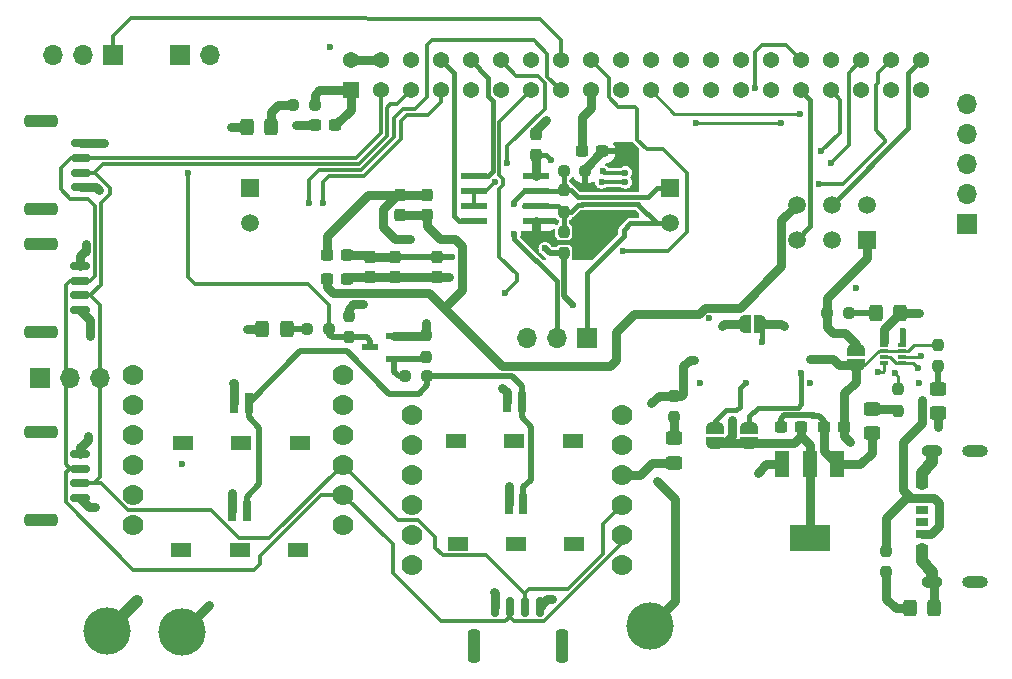
<source format=gtl>
%TF.GenerationSoftware,KiCad,Pcbnew,8.0.4*%
%TF.CreationDate,2025-01-10T13:29:25-08:00*%
%TF.ProjectId,X17_Pi_Shield,5831375f-5069-45f5-9368-69656c642e6b,rev?*%
%TF.SameCoordinates,Original*%
%TF.FileFunction,Copper,L1,Top*%
%TF.FilePolarity,Positive*%
%FSLAX46Y46*%
G04 Gerber Fmt 4.6, Leading zero omitted, Abs format (unit mm)*
G04 Created by KiCad (PCBNEW 8.0.4) date 2025-01-10 13:29:25*
%MOMM*%
%LPD*%
G01*
G04 APERTURE LIST*
G04 Aperture macros list*
%AMRoundRect*
0 Rectangle with rounded corners*
0 $1 Rounding radius*
0 $2 $3 $4 $5 $6 $7 $8 $9 X,Y pos of 4 corners*
0 Add a 4 corners polygon primitive as box body*
4,1,4,$2,$3,$4,$5,$6,$7,$8,$9,$2,$3,0*
0 Add four circle primitives for the rounded corners*
1,1,$1+$1,$2,$3*
1,1,$1+$1,$4,$5*
1,1,$1+$1,$6,$7*
1,1,$1+$1,$8,$9*
0 Add four rect primitives between the rounded corners*
20,1,$1+$1,$2,$3,$4,$5,0*
20,1,$1+$1,$4,$5,$6,$7,0*
20,1,$1+$1,$6,$7,$8,$9,0*
20,1,$1+$1,$8,$9,$2,$3,0*%
%AMFreePoly0*
4,1,19,0.500000,-0.750000,0.000000,-0.750000,0.000000,-0.744911,-0.071157,-0.744911,-0.207708,-0.704816,-0.327430,-0.627875,-0.420627,-0.520320,-0.479746,-0.390866,-0.500000,-0.250000,-0.500000,0.250000,-0.479746,0.390866,-0.420627,0.520320,-0.327430,0.627875,-0.207708,0.704816,-0.071157,0.744911,0.000000,0.744911,0.000000,0.750000,0.500000,0.750000,0.500000,-0.750000,0.500000,-0.750000,
$1*%
%AMFreePoly1*
4,1,19,0.000000,0.744911,0.071157,0.744911,0.207708,0.704816,0.327430,0.627875,0.420627,0.520320,0.479746,0.390866,0.500000,0.250000,0.500000,-0.250000,0.479746,-0.390866,0.420627,-0.520320,0.327430,-0.627875,0.207708,-0.704816,0.071157,-0.744911,0.000000,-0.744911,0.000000,-0.750000,-0.500000,-0.750000,-0.500000,0.750000,0.000000,0.750000,0.000000,0.744911,0.000000,0.744911,
$1*%
G04 Aperture macros list end*
%TA.AperFunction,SMDPad,CuDef*%
%ADD10RoundRect,0.237500X-0.250000X-0.237500X0.250000X-0.237500X0.250000X0.237500X-0.250000X0.237500X0*%
%TD*%
%TA.AperFunction,SMDPad,CuDef*%
%ADD11RoundRect,0.250000X0.325000X0.450000X-0.325000X0.450000X-0.325000X-0.450000X0.325000X-0.450000X0*%
%TD*%
%TA.AperFunction,SMDPad,CuDef*%
%ADD12R,0.660400X1.803400*%
%TD*%
%TA.AperFunction,SMDPad,CuDef*%
%ADD13R,1.803400X1.295400*%
%TD*%
%TA.AperFunction,SMDPad,CuDef*%
%ADD14RoundRect,0.237500X-0.237500X0.250000X-0.237500X-0.250000X0.237500X-0.250000X0.237500X0.250000X0*%
%TD*%
%TA.AperFunction,SMDPad,CuDef*%
%ADD15R,1.320800X0.558800*%
%TD*%
%TA.AperFunction,SMDPad,CuDef*%
%ADD16RoundRect,0.250000X0.450000X-0.325000X0.450000X0.325000X-0.450000X0.325000X-0.450000X-0.325000X0*%
%TD*%
%TA.AperFunction,ComponentPad*%
%ADD17R,1.700000X1.700000*%
%TD*%
%TA.AperFunction,ComponentPad*%
%ADD18O,1.700000X1.700000*%
%TD*%
%TA.AperFunction,ComponentPad*%
%ADD19R,1.520000X1.520000*%
%TD*%
%TA.AperFunction,ComponentPad*%
%ADD20C,1.520000*%
%TD*%
%TA.AperFunction,SMDPad,CuDef*%
%ADD21R,1.100000X0.700000*%
%TD*%
%TA.AperFunction,SMDPad,CuDef*%
%ADD22R,1.100000X0.760000*%
%TD*%
%TA.AperFunction,SMDPad,CuDef*%
%ADD23R,1.100000X0.800000*%
%TD*%
%TA.AperFunction,ComponentPad*%
%ADD24O,2.200000X1.000000*%
%TD*%
%TA.AperFunction,ComponentPad*%
%ADD25O,1.800000X1.000000*%
%TD*%
%TA.AperFunction,SMDPad,CuDef*%
%ADD26R,1.200000X2.200000*%
%TD*%
%TA.AperFunction,SMDPad,CuDef*%
%ADD27R,3.500000X2.200000*%
%TD*%
%TA.AperFunction,SMDPad,CuDef*%
%ADD28RoundRect,0.150000X0.150000X0.700000X-0.150000X0.700000X-0.150000X-0.700000X0.150000X-0.700000X0*%
%TD*%
%TA.AperFunction,SMDPad,CuDef*%
%ADD29RoundRect,0.250000X0.250000X1.150000X-0.250000X1.150000X-0.250000X-1.150000X0.250000X-1.150000X0*%
%TD*%
%TA.AperFunction,SMDPad,CuDef*%
%ADD30FreePoly0,270.000000*%
%TD*%
%TA.AperFunction,SMDPad,CuDef*%
%ADD31FreePoly1,270.000000*%
%TD*%
%TA.AperFunction,ComponentPad*%
%ADD32R,1.370000X1.370000*%
%TD*%
%TA.AperFunction,ComponentPad*%
%ADD33C,1.370000*%
%TD*%
%TA.AperFunction,SMDPad,CuDef*%
%ADD34RoundRect,0.237500X0.250000X0.237500X-0.250000X0.237500X-0.250000X-0.237500X0.250000X-0.237500X0*%
%TD*%
%TA.AperFunction,SMDPad,CuDef*%
%ADD35FreePoly0,90.000000*%
%TD*%
%TA.AperFunction,SMDPad,CuDef*%
%ADD36FreePoly1,90.000000*%
%TD*%
%TA.AperFunction,SMDPad,CuDef*%
%ADD37C,4.000000*%
%TD*%
%TA.AperFunction,SMDPad,CuDef*%
%ADD38R,0.660000X0.320000*%
%TD*%
%TA.AperFunction,SMDPad,CuDef*%
%ADD39RoundRect,0.237500X-0.237500X0.300000X-0.237500X-0.300000X0.237500X-0.300000X0.237500X0.300000X0*%
%TD*%
%TA.AperFunction,SMDPad,CuDef*%
%ADD40RoundRect,0.237500X0.300000X0.237500X-0.300000X0.237500X-0.300000X-0.237500X0.300000X-0.237500X0*%
%TD*%
%TA.AperFunction,SMDPad,CuDef*%
%ADD41RoundRect,0.237500X0.237500X-0.250000X0.237500X0.250000X-0.237500X0.250000X-0.237500X-0.250000X0*%
%TD*%
%TA.AperFunction,SMDPad,CuDef*%
%ADD42RoundRect,0.250000X-0.325000X-0.450000X0.325000X-0.450000X0.325000X0.450000X-0.325000X0.450000X0*%
%TD*%
%TA.AperFunction,SMDPad,CuDef*%
%ADD43FreePoly0,180.000000*%
%TD*%
%TA.AperFunction,SMDPad,CuDef*%
%ADD44FreePoly1,180.000000*%
%TD*%
%TA.AperFunction,SMDPad,CuDef*%
%ADD45R,2.209800X0.609600*%
%TD*%
%TA.AperFunction,SMDPad,CuDef*%
%ADD46RoundRect,0.150000X0.700000X-0.150000X0.700000X0.150000X-0.700000X0.150000X-0.700000X-0.150000X0*%
%TD*%
%TA.AperFunction,SMDPad,CuDef*%
%ADD47RoundRect,0.250000X1.150000X-0.250000X1.150000X0.250000X-1.150000X0.250000X-1.150000X-0.250000X0*%
%TD*%
%TA.AperFunction,SMDPad,CuDef*%
%ADD48RoundRect,0.237500X-0.300000X-0.237500X0.300000X-0.237500X0.300000X0.237500X-0.300000X0.237500X0*%
%TD*%
%TA.AperFunction,ComponentPad*%
%ADD49C,1.778000*%
%TD*%
%TA.AperFunction,ViaPad*%
%ADD50C,0.600000*%
%TD*%
%TA.AperFunction,Conductor*%
%ADD51C,0.762000*%
%TD*%
%TA.AperFunction,Conductor*%
%ADD52C,0.508000*%
%TD*%
%TA.AperFunction,Conductor*%
%ADD53C,1.016000*%
%TD*%
%TA.AperFunction,Conductor*%
%ADD54C,0.254000*%
%TD*%
%TA.AperFunction,Conductor*%
%ADD55C,0.381000*%
%TD*%
%TA.AperFunction,Conductor*%
%ADD56C,0.304800*%
%TD*%
G04 APERTURE END LIST*
D10*
%TO.P,R11,1*%
%TO.N,/UART/B*%
X156187500Y-91900000D03*
%TO.P,R11,2*%
%TO.N,GND*%
X158012500Y-91900000D03*
%TD*%
D11*
%TO.P,D6,1,K*%
%TO.N,GND*%
X184650000Y-103900000D03*
%TO.P,D6,2,A*%
%TO.N,Net-(D6-A)*%
X182600000Y-103900000D03*
%TD*%
D12*
%TO.P,J3,1,1*%
%TO.N,/Sensors/PROBE*%
X152625000Y-111399999D03*
%TO.P,J3,2,2*%
%TO.N,GND*%
X151375000Y-111399999D03*
D13*
%TO.P,J3,3*%
%TO.N,N/C*%
X147050000Y-114750000D03*
%TO.P,J3,4*%
X152000000Y-114750000D03*
%TO.P,J3,5*%
X156950000Y-114750000D03*
%TD*%
D14*
%TO.P,R3,1*%
%TO.N,GND*%
X137975000Y-104125000D03*
%TO.P,R3,2*%
%TO.N,/Pi + IMU/LEAK*%
X137975000Y-105950000D03*
%TD*%
D15*
%TO.P,U6,1,BASE*%
%TO.N,Net-(U6-BASE)*%
X141853500Y-107752500D03*
%TO.P,U6,2,EMITTER*%
%TO.N,+3V3*%
X141853500Y-105847500D03*
%TO.P,U6,3,COLLECTOR*%
%TO.N,/Pi + IMU/LEAK*%
X139821500Y-106800000D03*
%TD*%
D16*
%TO.P,D7,1,K*%
%TO.N,GND*%
X165500000Y-116550000D03*
%TO.P,D7,2,A*%
%TO.N,Net-(D7-A)*%
X165500000Y-114500000D03*
%TD*%
D17*
%TO.P,J6,1,Pin_1*%
%TO.N,/Pi + IMU/LEAK*%
X118000000Y-82000000D03*
D18*
%TO.P,J6,2,Pin_2*%
%TO.N,+3V3*%
X115460000Y-82000000D03*
%TO.P,J6,3,Pin_3*%
%TO.N,GND*%
X112920000Y-82000000D03*
%TD*%
D19*
%TO.P,J22,1,1*%
%TO.N,Net-(U7-B)*%
X129600000Y-93300000D03*
D20*
%TO.P,J22,2,2*%
%TO.N,Net-(U7-A)*%
X129600000Y-96299999D03*
%TD*%
D21*
%TO.P,J8,A5,CC1*%
%TO.N,unconnected-(J8-CC1-PadA5)*%
X186500000Y-121600000D03*
D22*
%TO.P,J8,A9,VBUS*%
%TO.N,/Power/5V_WALL_IN*%
X186500000Y-119580000D03*
D23*
%TO.P,J8,A12,GND*%
%TO.N,GND*%
X186500000Y-118350000D03*
D21*
%TO.P,J8,B5,CC2*%
%TO.N,unconnected-(J8-CC2-PadB5)*%
X186500000Y-120600000D03*
D22*
%TO.P,J8,B9,VBUS__1*%
%TO.N,/Power/5V_WALL_IN*%
X186500000Y-122620000D03*
D23*
%TO.P,J8,B12,GND__1*%
%TO.N,GND*%
X186500000Y-123850000D03*
D24*
%TO.P,J8,SH1,SHIELD*%
X191000000Y-126675000D03*
%TO.P,J8,SH2,SHIELD__1*%
X191000000Y-115525000D03*
D25*
%TO.P,J8,SH3,SHIELD__2*%
X187400000Y-126675000D03*
%TO.P,J8,SH4,SHIELD__3*%
X187400000Y-115525000D03*
%TD*%
D12*
%TO.P,J5,1,1*%
%TO.N,/Sensors/PROBE*%
X152775000Y-120049999D03*
%TO.P,J5,2,2*%
%TO.N,GND*%
X151525000Y-120049999D03*
D13*
%TO.P,J5,3*%
%TO.N,N/C*%
X147200000Y-123400000D03*
%TO.P,J5,4*%
X152150000Y-123400000D03*
%TO.P,J5,5*%
X157100000Y-123400000D03*
%TD*%
D16*
%TO.P,D2,1,K*%
%TO.N,GND*%
X182300000Y-114025000D03*
%TO.P,D2,2,A*%
%TO.N,Net-(D2-A)*%
X182300000Y-111975000D03*
%TD*%
D26*
%TO.P,U9,1,GND*%
%TO.N,GND*%
X179300000Y-116700000D03*
%TO.P,U9,2,OUTPUT*%
%TO.N,/Power/Vs*%
X177000000Y-116700000D03*
%TO.P,U9,3,INPUT*%
%TO.N,/Power/5V_TOTAL*%
X174700000Y-116700000D03*
D27*
%TO.P,U9,4,VOUT*%
%TO.N,/Power/Vs*%
X177000000Y-122900000D03*
%TD*%
D28*
%TO.P,J1,1,1*%
%TO.N,+3V3*%
X154150000Y-128750000D03*
%TO.P,J1,2,2*%
%TO.N,/Pi + IMU/SCL*%
X152900000Y-128750000D03*
%TO.P,J1,3,3*%
%TO.N,/Pi + IMU/SDA*%
X151650000Y-128750000D03*
%TO.P,J1,4,4*%
%TO.N,GND*%
X150400000Y-128750000D03*
D29*
%TO.P,J1,MP*%
%TO.N,N/C*%
X156000000Y-132100000D03*
X148550000Y-132100000D03*
%TD*%
D30*
%TO.P,JP4,1,A*%
%TO.N,/Power/5V_BACKPLANE*%
X180895000Y-107000000D03*
D31*
%TO.P,JP4,2,B*%
%TO.N,/Power/5V_TOTAL*%
X180895000Y-108300000D03*
%TD*%
D14*
%TO.P,R15,1*%
%TO.N,+5V*%
X165500000Y-110887500D03*
%TO.P,R15,2*%
%TO.N,Net-(D7-A)*%
X165500000Y-112712500D03*
%TD*%
D32*
%TO.P,U8,1,3V3*%
%TO.N,+3V3*%
X138170000Y-85040000D03*
D33*
%TO.P,U8,2,5V*%
%TO.N,+5V*%
X138170000Y-82500000D03*
%TO.P,U8,3,GPIO2/SDA1*%
%TO.N,/Pi + IMU/SDA*%
X140710000Y-85040000D03*
%TO.P,U8,4,5V*%
%TO.N,+5V*%
X140710000Y-82500000D03*
%TO.P,U8,5,GPIO3/SCL1*%
%TO.N,/Pi + IMU/SCL*%
X143250000Y-85040000D03*
%TO.P,U8,6,GND*%
%TO.N,GND*%
X143250000Y-82500000D03*
%TO.P,U8,7,GPIO4/GPIO_GCKL*%
%TO.N,/Pi + IMU/IMU_INT_2*%
X145790000Y-85040000D03*
%TO.P,U8,8,GPIO14/TXD0*%
%TO.N,/Pi + IMU/TX*%
X145790000Y-82500000D03*
%TO.P,U8,9,GND*%
%TO.N,GND*%
X148330000Y-85040000D03*
%TO.P,U8,10,GPIO15/RXD0*%
%TO.N,/Pi + IMU/RX*%
X148330000Y-82500000D03*
%TO.P,U8,11,GPIO17/GPIO_GEN0*%
%TO.N,/Pi + IMU/IMU_INT_1*%
X150870000Y-85040000D03*
%TO.P,U8,12,GPIO18/GPIO_GEN1*%
%TO.N,/Pi + IMU/BKP_EN*%
X150870000Y-82500000D03*
%TO.P,U8,13,GPIO27/GPIO_GEN2*%
%TO.N,/Pi + IMU/IMU_RST_1*%
X153410000Y-85040000D03*
%TO.P,U8,14,GND*%
%TO.N,GND*%
X153410000Y-82500000D03*
%TO.P,U8,15,GPIO22/GPIO_GEN3*%
%TO.N,/Pi + IMU/IMU_RST_2*%
X155950000Y-85040000D03*
%TO.P,U8,16,GPIO23/GPIO_GEN4*%
%TO.N,/Pi + IMU/LEAK*%
X155950000Y-82500000D03*
%TO.P,U8,17,3V3*%
%TO.N,+3V3*%
X158490000Y-85040000D03*
%TO.P,U8,18,GPIO24/GPIO_GEN5*%
%TO.N,/Pi + IMU/ISO_FLT*%
X158490000Y-82500000D03*
%TO.P,U8,19,GPIO10/SPI_MOSI*%
%TO.N,/Pi + IMU/MOSI*%
X161030000Y-85040000D03*
%TO.P,U8,20,GND*%
%TO.N,GND*%
X161030000Y-82500000D03*
%TO.P,U8,21,GPIO9/SPI_MISO*%
%TO.N,/Pi + IMU/MISO*%
X163570000Y-85040000D03*
%TO.P,U8,22,GPIO25/GPIO_GEN6*%
%TO.N,unconnected-(U8-GPIO25{slash}GPIO_GEN6-Pad22)*%
X163570000Y-82500000D03*
%TO.P,U8,23,GPIO11/SPI_SCLK*%
%TO.N,/Pi + IMU/SCLK*%
X166110000Y-85040000D03*
%TO.P,U8,24,GPIO8/~{SPI_CE0}*%
%TO.N,/Pi + IMU/CE0*%
X166110000Y-82500000D03*
%TO.P,U8,25,GND*%
%TO.N,GND*%
X168650000Y-85040000D03*
%TO.P,U8,26,GPIO7/~{SPI_CE1}*%
%TO.N,unconnected-(U8-GPIO7{slash}~{SPI_CE1}-Pad26)*%
X168650000Y-82500000D03*
%TO.P,U8,27*%
%TO.N,N/C*%
X171190000Y-85040000D03*
%TO.P,U8,28*%
X171190000Y-82500000D03*
%TO.P,U8,29,GPIO5*%
%TO.N,/Pi + IMU/NRST_ESC*%
X173730000Y-85040000D03*
%TO.P,U8,30,GND*%
%TO.N,GND*%
X173730000Y-82500000D03*
%TO.P,U8,31,GPIO6*%
%TO.N,/Pi + IMU/NRST_PS*%
X176270000Y-85040000D03*
%TO.P,U8,32,GPIO12*%
%TO.N,/Pi + IMU/TX_TB*%
X176270000Y-82500000D03*
%TO.P,U8,33,GPIO13*%
%TO.N,/Pi + IMU/RX_TB*%
X178810000Y-85040000D03*
%TO.P,U8,34,GND*%
%TO.N,GND*%
X178810000Y-82500000D03*
%TO.P,U8,35,GPIO19*%
%TO.N,unconnected-(U8-GPIO19-Pad35)*%
X181350000Y-85040000D03*
%TO.P,U8,36,GPIO16*%
%TO.N,/Pi + IMU/ALERT*%
X181350000Y-82500000D03*
%TO.P,U8,37,GPIO26*%
%TO.N,unconnected-(U8-GPIO26-Pad37)*%
X183890000Y-85040000D03*
%TO.P,U8,38,GPIO20*%
%TO.N,/Pi + IMU/TB_EN*%
X183890000Y-82500000D03*
%TO.P,U8,39,GND*%
%TO.N,GND*%
X186430000Y-85040000D03*
%TO.P,U8,40,GPIO21*%
%TO.N,/Pi + IMU/NRST_TB*%
X186430000Y-82500000D03*
%TD*%
D17*
%TO.P,J9,1,Pin_1*%
%TO.N,/UART/A*%
X158140000Y-106000000D03*
D18*
%TO.P,J9,2,Pin_2*%
%TO.N,/UART/B*%
X155600000Y-106000000D03*
%TO.P,J9,3,Pin_3*%
%TO.N,GND*%
X153060000Y-106000000D03*
%TD*%
D34*
%TO.P,R16,1*%
%TO.N,+3V3*%
X135100000Y-86300000D03*
%TO.P,R16,2*%
%TO.N,Net-(D8-A)*%
X133275000Y-86300000D03*
%TD*%
D16*
%TO.P,D5,1,K*%
%TO.N,GND*%
X187900000Y-112350000D03*
%TO.P,D5,2,A*%
%TO.N,Net-(D5-A)*%
X187900000Y-110300000D03*
%TD*%
D35*
%TO.P,JP1,1,A*%
%TO.N,/Power/Vs*%
X171900000Y-114900000D03*
D36*
%TO.P,JP1,2,B*%
%TO.N,Net-(JP1-B)*%
X171900000Y-113600000D03*
%TD*%
D37*
%TO.P,TP1,1,1*%
%TO.N,+5V*%
X163500000Y-130400000D03*
%TD*%
D17*
%TO.P,J13,1,Pin_1*%
%TO.N,GND*%
X111820000Y-109400000D03*
D18*
%TO.P,J13,2,Pin_2*%
%TO.N,/Pi + IMU/SDA*%
X114360000Y-109400000D03*
%TO.P,J13,3,Pin_3*%
%TO.N,/Pi + IMU/SCL*%
X116900000Y-109400000D03*
%TD*%
D38*
%TO.P,U2,1,GND*%
%TO.N,GND*%
X183330000Y-106600000D03*
%TO.P,U2,2,VOUT*%
%TO.N,/Power/5V_TOTAL*%
X183330000Y-107100000D03*
%TO.P,U2,3,VIN1*%
%TO.N,/Power/5V_BACKPLANE*%
X183330000Y-107600000D03*
%TO.P,U2,4,PR1*%
%TO.N,Net-(U2-PR1)*%
X183330000Y-108100000D03*
%TO.P,U2,5,MODE*%
%TO.N,/Power/5V_BACKPLANE*%
X184800000Y-108100000D03*
%TO.P,U2,6,VIN2*%
%TO.N,/Power/5V_WALL_IN*%
X184800000Y-107600000D03*
%TO.P,U2,7,VOUT__1*%
%TO.N,/Power/5V_TOTAL*%
X184800000Y-107100000D03*
%TO.P,U2,8,ST*%
%TO.N,Net-(U2-ST)*%
X184800000Y-106600000D03*
%TD*%
D39*
%TO.P,C14,1*%
%TO.N,GND*%
X153850000Y-88737500D03*
%TO.P,C14,2*%
%TO.N,+5V*%
X153850000Y-90462500D03*
%TD*%
D40*
%TO.P,C11,1*%
%TO.N,/Power/5V_TOTAL*%
X179925000Y-113500000D03*
%TO.P,C11,2*%
%TO.N,GND*%
X178200000Y-113500000D03*
%TD*%
D41*
%TO.P,R2,1*%
%TO.N,Net-(U6-BASE)*%
X144500000Y-107600000D03*
%TO.P,R2,2*%
%TO.N,+3V3*%
X144500000Y-105775000D03*
%TD*%
D37*
%TO.P,TP3,1,1*%
%TO.N,GND*%
X117550000Y-130800000D03*
%TD*%
D42*
%TO.P,D8,1,K*%
%TO.N,GND*%
X129350000Y-88100000D03*
%TO.P,D8,2,A*%
%TO.N,Net-(D8-A)*%
X131400000Y-88100000D03*
%TD*%
D14*
%TO.P,R5,1*%
%TO.N,/UART/B*%
X156200000Y-93487500D03*
%TO.P,R5,2*%
%TO.N,/UART/A*%
X156200000Y-95312500D03*
%TD*%
D43*
%TO.P,JP3,1,A*%
%TO.N,/Power/5V_TOTAL*%
X172800000Y-104800000D03*
D44*
%TO.P,JP3,2,B*%
%TO.N,+5V*%
X171500000Y-104800000D03*
%TD*%
D35*
%TO.P,JP2,1,A*%
%TO.N,/Power/Vs*%
X169000000Y-114900000D03*
D36*
%TO.P,JP2,2,B*%
%TO.N,Net-(JP2-B)*%
X169000000Y-113600000D03*
%TD*%
D19*
%TO.P,J24,1,1*%
%TO.N,/UART/B*%
X165200000Y-93300001D03*
D20*
%TO.P,J24,2,2*%
%TO.N,/UART/A*%
X165200000Y-96300000D03*
%TD*%
D17*
%TO.P,J20,1,Pin_1*%
%TO.N,+3V3*%
X123725000Y-82000000D03*
D18*
%TO.P,J20,2,Pin_2*%
%TO.N,GND*%
X126265000Y-82000000D03*
%TD*%
D40*
%TO.P,C13,1*%
%TO.N,+3V3*%
X136862500Y-88000000D03*
%TO.P,C13,2*%
%TO.N,GND*%
X135137500Y-88000000D03*
%TD*%
D12*
%TO.P,J4,1,1*%
%TO.N,/Sensors/PROBE*%
X129375000Y-120606298D03*
%TO.P,J4,2,2*%
%TO.N,GND*%
X128125000Y-120606298D03*
D13*
%TO.P,J4,3*%
%TO.N,N/C*%
X123800000Y-123956299D03*
%TO.P,J4,4*%
X128750000Y-123956299D03*
%TO.P,J4,5*%
X133700000Y-123956299D03*
%TD*%
D40*
%TO.P,C18,1*%
%TO.N,/Power/Vs*%
X176300000Y-113500000D03*
%TO.P,C18,2*%
%TO.N,GND*%
X174575000Y-113500000D03*
%TD*%
D45*
%TO.P,U5,1,RO*%
%TO.N,/Pi + IMU/RX*%
X148583800Y-92295000D03*
%TO.P,U5,2,RE*%
%TO.N,/Pi + IMU/BKP_EN*%
X148583800Y-93565000D03*
%TO.P,U5,3,DE*%
X148583800Y-94835000D03*
%TO.P,U5,4,DI*%
%TO.N,/Pi + IMU/TX*%
X148583800Y-96105000D03*
%TO.P,U5,5,GND*%
%TO.N,GND*%
X153816200Y-96105000D03*
%TO.P,U5,6,A*%
%TO.N,/UART/A*%
X153816200Y-94835000D03*
%TO.P,U5,7,B*%
%TO.N,/UART/B*%
X153816200Y-93565000D03*
%TO.P,U5,8,VCC*%
%TO.N,+5V*%
X153816200Y-92295000D03*
%TD*%
D11*
%TO.P,D4,1,K*%
%TO.N,GND*%
X187525000Y-128900000D03*
%TO.P,D4,2,A*%
%TO.N,Net-(D4-A)*%
X185475000Y-128900000D03*
%TD*%
D14*
%TO.P,R12,1*%
%TO.N,/Power/5V_WALL_IN*%
X183500000Y-124000000D03*
%TO.P,R12,2*%
%TO.N,Net-(D4-A)*%
X183500000Y-125825000D03*
%TD*%
D37*
%TO.P,TP2,1,1*%
%TO.N,+3V3*%
X123850000Y-130900000D03*
%TD*%
D39*
%TO.P,C9,1*%
%TO.N,+3V3_TB*%
X142300000Y-93900000D03*
%TO.P,C9,2*%
%TO.N,GND_TB*%
X142300000Y-95625000D03*
%TD*%
D34*
%TO.P,R1,1*%
%TO.N,/Sensors/PROBE*%
X144587500Y-109250000D03*
%TO.P,R1,2*%
%TO.N,Net-(U6-BASE)*%
X142762500Y-109250000D03*
%TD*%
D17*
%TO.P,J12,1,Pin_1*%
%TO.N,/Pi + IMU/SCLK*%
X190300000Y-96320000D03*
D18*
%TO.P,J12,2,Pin_2*%
%TO.N,/Pi + IMU/CE0*%
X190300000Y-93780000D03*
%TO.P,J12,3,Pin_3*%
%TO.N,/Pi + IMU/MISO*%
X190300000Y-91240000D03*
%TO.P,J12,4,Pin_4*%
%TO.N,/Pi + IMU/MOSI*%
X190300000Y-88700000D03*
%TO.P,J12,5,Pin_5*%
%TO.N,GND*%
X190300000Y-86160000D03*
%TD*%
D39*
%TO.P,C7,1*%
%TO.N,Net-(U7-VISOOUT)*%
X145500000Y-99100000D03*
%TO.P,C7,2*%
%TO.N,Net-(U7-GND2)*%
X145500000Y-100825000D03*
%TD*%
D46*
%TO.P,J7,1,1*%
%TO.N,+3V3*%
X115250000Y-119550000D03*
%TO.P,J7,2,2*%
%TO.N,/Pi + IMU/SCL*%
X115250000Y-118300000D03*
%TO.P,J7,3,3*%
%TO.N,/Pi + IMU/SDA*%
X115250000Y-117050000D03*
%TO.P,J7,4,4*%
%TO.N,GND*%
X115250000Y-115800000D03*
D47*
%TO.P,J7,MP*%
%TO.N,N/C*%
X111900000Y-121400000D03*
X111900000Y-113950000D03*
%TD*%
D39*
%TO.P,C4,1*%
%TO.N,Net-(U7-VISOOUT)*%
X139800000Y-99100000D03*
%TO.P,C4,2*%
%TO.N,Net-(U7-GND2)*%
X139800000Y-100825000D03*
%TD*%
D19*
%TO.P,J23,1,1*%
%TO.N,/Power/5V_BACKPLANE*%
X181899999Y-97700000D03*
D20*
%TO.P,J23,2,2*%
%TO.N,GND*%
X178900000Y-97700000D03*
%TO.P,J23,3,3*%
%TO.N,/Pi + IMU/NRST_PS*%
X175900001Y-97700000D03*
%TO.P,J23,4,4*%
%TO.N,/Pi + IMU/NRST_ESC*%
X181899999Y-94700001D03*
%TO.P,J23,5,5*%
%TO.N,/Pi + IMU/NRST_TB*%
X178900000Y-94700001D03*
%TO.P,J23,6,6*%
%TO.N,GND_TB*%
X175900001Y-94700001D03*
%TD*%
D39*
%TO.P,C8,1*%
%TO.N,+3V3_TB*%
X144600000Y-93900000D03*
%TO.P,C8,2*%
%TO.N,GND_TB*%
X144600000Y-95625000D03*
%TD*%
D41*
%TO.P,R10,1*%
%TO.N,+5V*%
X156200000Y-98825000D03*
%TO.P,R10,2*%
%TO.N,/UART/A*%
X156200000Y-97000000D03*
%TD*%
D40*
%TO.P,FB3,1*%
%TO.N,Net-(U7-GND2)*%
X137862500Y-101000000D03*
%TO.P,FB3,2*%
%TO.N,GND_TB*%
X136137500Y-101000000D03*
%TD*%
D46*
%TO.P,J11,1,1*%
%TO.N,+3V3*%
X115300000Y-93250000D03*
%TO.P,J11,2,2*%
%TO.N,/Pi + IMU/SCL*%
X115300000Y-92000000D03*
%TO.P,J11,3,3*%
%TO.N,/Pi + IMU/SDA*%
X115300000Y-90750000D03*
%TO.P,J11,4,4*%
%TO.N,GND*%
X115300000Y-89500000D03*
D47*
%TO.P,J11,MP*%
%TO.N,N/C*%
X111950000Y-95100000D03*
X111950000Y-87650000D03*
%TD*%
D34*
%TO.P,R4,1*%
%TO.N,/Pi + IMU/LEAK*%
X136312500Y-105200000D03*
%TO.P,R4,2*%
%TO.N,Net-(D1-A)*%
X134487500Y-105200000D03*
%TD*%
D10*
%TO.P,R14,1*%
%TO.N,/Power/5V_BACKPLANE*%
X178487500Y-103900000D03*
%TO.P,R14,2*%
%TO.N,Net-(D6-A)*%
X180312500Y-103900000D03*
%TD*%
D39*
%TO.P,C6,1*%
%TO.N,Net-(U7-VISOOUT)*%
X141900000Y-99137500D03*
%TO.P,C6,2*%
%TO.N,Net-(U7-GND2)*%
X141900000Y-100862500D03*
%TD*%
D40*
%TO.P,FB4,1*%
%TO.N,Net-(U7-VISOOUT)*%
X137862500Y-99000000D03*
%TO.P,FB4,2*%
%TO.N,+3V3_TB*%
X136137500Y-99000000D03*
%TD*%
D46*
%TO.P,J10,1,1*%
%TO.N,+3V3*%
X115250000Y-103650000D03*
%TO.P,J10,2,2*%
%TO.N,/Pi + IMU/SCL*%
X115250000Y-102400000D03*
%TO.P,J10,3,3*%
%TO.N,/Pi + IMU/SDA*%
X115250000Y-101150000D03*
%TO.P,J10,4,4*%
%TO.N,GND*%
X115250000Y-99900000D03*
D47*
%TO.P,J10,MP*%
%TO.N,N/C*%
X111900000Y-105500000D03*
X111900000Y-98050000D03*
%TD*%
D42*
%TO.P,D1,1,K*%
%TO.N,GND*%
X130675000Y-105200000D03*
%TO.P,D1,2,A*%
%TO.N,Net-(D1-A)*%
X132725000Y-105200000D03*
%TD*%
D12*
%TO.P,J2,1,1*%
%TO.N,/Sensors/PROBE*%
X129500000Y-111500000D03*
%TO.P,J2,2,2*%
%TO.N,GND*%
X128250000Y-111500000D03*
D13*
%TO.P,J2,3*%
%TO.N,N/C*%
X123925000Y-114850001D03*
%TO.P,J2,4*%
X128875000Y-114850001D03*
%TO.P,J2,5*%
X133825000Y-114850001D03*
%TD*%
D14*
%TO.P,R6,1*%
%TO.N,Net-(U2-ST)*%
X184485000Y-110337500D03*
%TO.P,R6,2*%
%TO.N,Net-(D2-A)*%
X184485000Y-112162500D03*
%TD*%
D48*
%TO.P,C15,1*%
%TO.N,+3V3*%
X157737500Y-90200000D03*
%TO.P,C15,2*%
%TO.N,GND*%
X159462500Y-90200000D03*
%TD*%
D14*
%TO.P,R13,1*%
%TO.N,/Power/5V_TOTAL*%
X187900000Y-106575000D03*
%TO.P,R13,2*%
%TO.N,Net-(D5-A)*%
X187900000Y-108400000D03*
%TD*%
D49*
%TO.P,U1,JP1_1,VIN*%
%TO.N,+3V3*%
X137500000Y-109100000D03*
%TO.P,U1,JP1_2,3VO*%
%TO.N,unconnected-(U1-3VO-PadJP1_2)*%
X137500000Y-111640000D03*
%TO.P,U1,JP1_3,GND*%
%TO.N,GND*%
X137500000Y-114180000D03*
%TO.P,U1,JP1_4,SCL*%
%TO.N,/Pi + IMU/SCL*%
X137500000Y-116720000D03*
%TO.P,U1,JP1_5,SDA*%
%TO.N,/Pi + IMU/SDA*%
X137500000Y-119260000D03*
%TO.P,U1,JP1_6,~{INT}*%
%TO.N,/Pi + IMU/IMU_INT_2*%
X137500000Y-121800000D03*
%TO.P,U1,JP2_1,BT*%
%TO.N,unconnected-(U1-BT-PadJP2_1)*%
X119720000Y-109100000D03*
%TO.P,U1,JP2_2,P0*%
%TO.N,unconnected-(U1-P0-PadJP2_2)*%
X119720000Y-111640000D03*
%TO.P,U1,JP2_3,P1*%
%TO.N,unconnected-(U1-P1-PadJP2_3)*%
X119720000Y-114180000D03*
%TO.P,U1,JP2_4,~{RST}*%
%TO.N,/Pi + IMU/IMU_RST_2*%
X119720000Y-116720000D03*
%TO.P,U1,JP2_5,DI*%
%TO.N,Net-(JP5-B)*%
X119720000Y-119260000D03*
%TO.P,U1,JP2_6,CS*%
%TO.N,unconnected-(U1-CS-PadJP2_6)*%
X119720000Y-121800000D03*
%TD*%
%TO.P,U10,JP1_1,VIN*%
%TO.N,+3V3*%
X161100000Y-112500000D03*
%TO.P,U10,JP1_2,3VO*%
%TO.N,unconnected-(U10-3VO-PadJP1_2)*%
X161100000Y-115040000D03*
%TO.P,U10,JP1_3,GND*%
%TO.N,GND*%
X161100000Y-117580000D03*
%TO.P,U10,JP1_4,SCL*%
%TO.N,/Pi + IMU/SCL*%
X161100000Y-120120000D03*
%TO.P,U10,JP1_5,SDA*%
%TO.N,/Pi + IMU/SDA*%
X161100000Y-122660000D03*
%TO.P,U10,JP1_6,~{INT}*%
%TO.N,/Pi + IMU/IMU_INT_1*%
X161100000Y-125200000D03*
%TO.P,U10,JP2_1,BT*%
%TO.N,unconnected-(U10-BT-PadJP2_1)*%
X143320000Y-112500000D03*
%TO.P,U10,JP2_2,P0*%
%TO.N,unconnected-(U10-P0-PadJP2_2)*%
X143320000Y-115040000D03*
%TO.P,U10,JP2_3,P1*%
%TO.N,unconnected-(U10-P1-PadJP2_3)*%
X143320000Y-117580000D03*
%TO.P,U10,JP2_4,~{RST}*%
%TO.N,/Pi + IMU/IMU_RST_1*%
X143320000Y-120120000D03*
%TO.P,U10,JP2_5,DI*%
%TO.N,unconnected-(U10-DI-PadJP2_5)*%
X143320000Y-122660000D03*
%TO.P,U10,JP2_6,CS*%
%TO.N,unconnected-(U10-CS-PadJP2_6)*%
X143320000Y-125200000D03*
%TD*%
D50*
%TO.N,Net-(U7-GND2)*%
X146475000Y-100825000D03*
%TO.N,Net-(U7-VISOOUT)*%
X146700000Y-99100000D03*
%TO.N,GND*%
X133500000Y-88000000D03*
X187900000Y-113500000D03*
X128100000Y-119100000D03*
X186300000Y-103900000D03*
X129400000Y-105200000D03*
X153400000Y-97400000D03*
X177400000Y-112571000D03*
X136400000Y-81400000D03*
X167750000Y-109850000D03*
X159200000Y-97000000D03*
X177000000Y-109800000D03*
X115700000Y-98000000D03*
X128000000Y-88100000D03*
X117300000Y-89500000D03*
X139162000Y-103162000D03*
X186260473Y-109800000D03*
X120050000Y-128300000D03*
X180950000Y-101750000D03*
X128200000Y-109800000D03*
X115900000Y-114300000D03*
X150300000Y-127500000D03*
X151525000Y-118525000D03*
X154700000Y-87500000D03*
X182300000Y-115700000D03*
X168500000Y-104300000D03*
X151000000Y-110200000D03*
X161500000Y-90625000D03*
%TO.N,+5V*%
X154600000Y-98400000D03*
X155100000Y-90900000D03*
X164100000Y-118100000D03*
X167259000Y-107841000D03*
X163600000Y-111500000D03*
X169600000Y-105000000D03*
X157000000Y-103200000D03*
%TO.N,GND_TB*%
X145700000Y-97600000D03*
%TO.N,+3V3*%
X123900000Y-116700000D03*
X126150000Y-128600000D03*
X116100000Y-105800000D03*
X144500000Y-104700000D03*
X116800000Y-93500000D03*
X116500000Y-120300000D03*
X155200000Y-128100000D03*
%TO.N,/Power/5V_TOTAL*%
X173000000Y-106300000D03*
X174800000Y-105000000D03*
X177000000Y-107800000D03*
X180400000Y-114800000D03*
X172600000Y-117400000D03*
%TO.N,/Power/5V_BACKPLANE*%
X186200000Y-108500000D03*
X179400000Y-105600000D03*
%TO.N,/Power/5V_WALL_IN*%
X186500000Y-111252000D03*
X186400000Y-107500000D03*
%TO.N,/Power/Vs*%
X170400000Y-112900000D03*
%TO.N,/Pi + IMU/LEAK*%
X124400000Y-92000000D03*
%TO.N,/Pi + IMU/MISO*%
X176200000Y-87000000D03*
%TO.N,/Pi + IMU/SCLK*%
X174600000Y-87800000D03*
X167400000Y-87800000D03*
%TO.N,Net-(JP1-B)*%
X176300000Y-109000000D03*
%TO.N,Net-(JP2-B)*%
X171600000Y-109790500D03*
%TO.N,Net-(U2-ST)*%
X184900000Y-105400000D03*
X184200000Y-109000000D03*
%TO.N,/Pi + IMU/ISO_FLT*%
X161200000Y-98600000D03*
%TO.N,Net-(U2-PR1)*%
X182800000Y-108900000D03*
%TO.N,/Pi + IMU/IMU_INT_2*%
X135800000Y-94600000D03*
%TO.N,/Pi + IMU/IMU_RST_2*%
X134600000Y-94600000D03*
%TO.N,/Pi + IMU/ALERT*%
X178800000Y-91200000D03*
%TO.N,/Pi + IMU/BKP_EN*%
X151400000Y-91200000D03*
X150400000Y-92800000D03*
%TO.N,/Pi + IMU/TB_EN*%
X177800000Y-93000000D03*
%TO.N,/Pi + IMU/TX_TB*%
X159500000Y-91900000D03*
X161400000Y-92000000D03*
X172400000Y-84800000D03*
%TO.N,/Pi + IMU/RX_TB*%
X178000000Y-90200000D03*
X161400000Y-92800000D03*
X159400000Y-92800000D03*
%TO.N,/Pi + IMU/IMU_RST_1*%
X151200000Y-102200000D03*
%TO.N,+3V3_TB*%
X143200000Y-97600000D03*
%TO.N,/UART/B*%
X152001062Y-94666421D03*
X152001062Y-97198938D03*
%TD*%
D51*
%TO.N,Net-(U7-GND2)*%
X141900000Y-100862500D02*
X145462500Y-100862500D01*
X145462500Y-100862500D02*
X145500000Y-100825000D01*
X141862500Y-100825000D02*
X141900000Y-100862500D01*
X139775000Y-100800000D02*
X138062500Y-100800000D01*
X138062500Y-100800000D02*
X137862500Y-101000000D01*
X139800000Y-100825000D02*
X141862500Y-100825000D01*
X145500000Y-100825000D02*
X146475000Y-100825000D01*
D52*
%TO.N,Net-(U7-VISOOUT)*%
X141937500Y-99100000D02*
X141900000Y-99137500D01*
X145500000Y-99100000D02*
X141937500Y-99100000D01*
D51*
X139700000Y-99000000D02*
X139800000Y-99100000D01*
X139800000Y-99100000D02*
X141862500Y-99100000D01*
X141862500Y-99100000D02*
X141900000Y-99137500D01*
D52*
X146700000Y-99100000D02*
X145500000Y-99100000D01*
D51*
X137862500Y-99000000D02*
X139700000Y-99000000D01*
%TO.N,GND*%
X184650000Y-103900000D02*
X183330000Y-105220000D01*
X153850000Y-88350000D02*
X154700000Y-87500000D01*
X128250000Y-109850000D02*
X128200000Y-109800000D01*
X115900000Y-114600000D02*
X115900000Y-114300000D01*
X183330000Y-105220000D02*
X183330000Y-106359000D01*
X115300000Y-115200000D02*
X115900000Y-114600000D01*
X187900000Y-112350000D02*
X187900000Y-113500000D01*
D53*
X117550000Y-130800000D02*
X120050000Y-128300000D01*
D52*
X174855500Y-112544500D02*
X177373500Y-112544500D01*
D51*
X150400000Y-127600000D02*
X150300000Y-127500000D01*
X115250000Y-115250000D02*
X115300000Y-115200000D01*
X137975000Y-103525000D02*
X138338000Y-103162000D01*
X187525000Y-126800000D02*
X187400000Y-126675000D01*
D52*
X178200000Y-113000000D02*
X178200000Y-113500000D01*
D51*
X153816200Y-96983800D02*
X153400000Y-97400000D01*
X153850000Y-88737500D02*
X153850000Y-88350000D01*
D53*
X186500000Y-123850000D02*
X186500000Y-124900000D01*
D52*
X174575000Y-112825000D02*
X174855500Y-112544500D01*
X177400000Y-112571000D02*
X177771000Y-112571000D01*
D51*
X130675000Y-105200000D02*
X129400000Y-105200000D01*
D53*
X186500000Y-118350000D02*
X186500000Y-117400000D01*
D51*
X186300000Y-103900000D02*
X184650000Y-103900000D01*
D54*
X159462500Y-90200000D02*
X161075000Y-90200000D01*
D51*
X115700000Y-98600000D02*
X115700000Y-98000000D01*
X151525000Y-120049999D02*
X151525000Y-118525000D01*
X115250000Y-99900000D02*
X115250000Y-99050000D01*
D52*
X177373500Y-112544500D02*
X177400000Y-112571000D01*
D51*
X135137500Y-88000000D02*
X133500000Y-88000000D01*
D54*
X161075000Y-90200000D02*
X161500000Y-90625000D01*
D51*
X163650000Y-116550000D02*
X162620000Y-117580000D01*
X138338000Y-103162000D02*
X139162000Y-103162000D01*
X128125000Y-119125000D02*
X128100000Y-119100000D01*
X179300000Y-116700000D02*
X178200000Y-115600000D01*
X137975000Y-104125000D02*
X137975000Y-103525000D01*
X150400000Y-128750000D02*
X150400000Y-127600000D01*
D53*
X187400000Y-116500000D02*
X187400000Y-115525000D01*
D51*
X158012500Y-91900000D02*
X158012500Y-91650000D01*
X115250000Y-99050000D02*
X115500000Y-98800000D01*
D53*
X186500000Y-117400000D02*
X187400000Y-116500000D01*
X186500000Y-124900000D02*
X187400000Y-125800000D01*
D51*
X115300000Y-89500000D02*
X117300000Y-89500000D01*
X129350000Y-88100000D02*
X128000000Y-88100000D01*
X182300000Y-115700000D02*
X181300000Y-116700000D01*
X115500000Y-98800000D02*
X115700000Y-98600000D01*
X115250000Y-115800000D02*
X115250000Y-115250000D01*
X165500000Y-116550000D02*
X163650000Y-116550000D01*
D52*
X174575000Y-113500000D02*
X174575000Y-112825000D01*
D51*
X178200000Y-115600000D02*
X178200000Y-113500000D01*
X182300000Y-114025000D02*
X182300000Y-115700000D01*
X151375000Y-111399999D02*
X151375000Y-110575000D01*
X187525000Y-128900000D02*
X187525000Y-126800000D01*
X162620000Y-117580000D02*
X161100000Y-117580000D01*
D53*
X187400000Y-125800000D02*
X187400000Y-126675000D01*
D51*
X151375000Y-110575000D02*
X151000000Y-110200000D01*
D52*
X177771000Y-112571000D02*
X178200000Y-113000000D01*
D51*
X153816200Y-96105000D02*
X153816200Y-96983800D01*
X181300000Y-116700000D02*
X179300000Y-116700000D01*
X158012500Y-91650000D02*
X159462500Y-90200000D01*
X128125000Y-120606298D02*
X128125000Y-119125000D01*
X128250000Y-111500000D02*
X128250000Y-109850000D01*
D52*
%TO.N,+5V*%
X156244500Y-98869500D02*
X156200000Y-98825000D01*
X157000000Y-103200000D02*
X156244500Y-102444500D01*
D51*
X166859000Y-107841000D02*
X167259000Y-107841000D01*
D52*
X155025000Y-98825000D02*
X154600000Y-98400000D01*
X156244500Y-102444500D02*
X156244500Y-98869500D01*
D51*
X153816200Y-90496300D02*
X153850000Y-90462500D01*
X138170000Y-82500000D02*
X140710000Y-82500000D01*
D55*
X153850000Y-90462500D02*
X154662500Y-90462500D01*
D51*
X153816200Y-92295000D02*
X153816200Y-90496300D01*
D52*
X156200000Y-98825000D02*
X155025000Y-98825000D01*
D55*
X154662500Y-90462500D02*
X155100000Y-90900000D01*
D51*
X166112500Y-110887500D02*
X166300000Y-110700000D01*
X164100000Y-118100000D02*
X165600000Y-119600000D01*
X165500000Y-110887500D02*
X166112500Y-110887500D01*
X169800000Y-104800000D02*
X169600000Y-105000000D01*
X171500000Y-104800000D02*
X169800000Y-104800000D01*
X164212500Y-110887500D02*
X163600000Y-111500000D01*
X166300000Y-110700000D02*
X166300000Y-108400000D01*
X165600000Y-128300000D02*
X163500000Y-130400000D01*
X165600000Y-119600000D02*
X165600000Y-128300000D01*
X165500000Y-110887500D02*
X164212500Y-110887500D01*
X166300000Y-108400000D02*
X166859000Y-107841000D01*
%TO.N,GND_TB*%
X136137500Y-101682100D02*
X136137500Y-101000000D01*
X147581000Y-101919000D02*
X146050000Y-103450000D01*
X167619000Y-103935077D02*
X168135077Y-103419000D01*
X168135077Y-103419000D02*
X171081000Y-103419000D01*
X146050000Y-103450000D02*
X151000000Y-108400000D01*
X144600000Y-96500000D02*
X145700000Y-97600000D01*
X145700000Y-97600000D02*
X147000000Y-97600000D01*
X174559001Y-96041001D02*
X175900001Y-94700001D01*
X144600000Y-95625000D02*
X142300000Y-95625000D01*
X174559001Y-99940999D02*
X174559001Y-96041001D01*
X147000000Y-97600000D02*
X147581000Y-98181000D01*
X144600000Y-95625000D02*
X144600000Y-96500000D01*
X160600000Y-105500000D02*
X162100000Y-104000000D01*
X144800000Y-102200000D02*
X146050000Y-103450000D01*
X167619000Y-104000000D02*
X167619000Y-103935077D01*
X136655400Y-102200000D02*
X144800000Y-102200000D01*
X147581000Y-98181000D02*
X147581000Y-101919000D01*
X136655400Y-102200000D02*
X136137500Y-101682100D01*
X162100000Y-104000000D02*
X167619000Y-104000000D01*
X160600000Y-107900000D02*
X160600000Y-105500000D01*
X160100000Y-108400000D02*
X160600000Y-107900000D01*
X151000000Y-108400000D02*
X160100000Y-108400000D01*
X171081000Y-103419000D02*
X174559001Y-99940999D01*
%TO.N,+3V3*%
X135460000Y-85040000D02*
X136000000Y-85040000D01*
X135100000Y-86300000D02*
X135100000Y-85400000D01*
X123850000Y-130900000D02*
X126150000Y-128600000D01*
X154800000Y-128100000D02*
X155200000Y-128100000D01*
X144427500Y-105847500D02*
X144500000Y-105775000D01*
X115300000Y-93250000D02*
X116550000Y-93250000D01*
X115250000Y-103650000D02*
X116100000Y-104500000D01*
X138170000Y-85040000D02*
X138170000Y-86692500D01*
X115250000Y-119550000D02*
X116000000Y-120300000D01*
X158490000Y-86510000D02*
X157737500Y-87262500D01*
X135100000Y-85400000D02*
X135460000Y-85040000D01*
X136000000Y-85040000D02*
X138170000Y-85040000D01*
X138170000Y-86692500D02*
X136862500Y-88000000D01*
X116550000Y-93250000D02*
X116800000Y-93500000D01*
X157737500Y-87262500D02*
X157737500Y-90200000D01*
X116100000Y-104500000D02*
X116100000Y-105800000D01*
X116000000Y-120300000D02*
X116500000Y-120300000D01*
X158490000Y-86510000D02*
X158490000Y-85040000D01*
X154150000Y-128750000D02*
X154800000Y-128100000D01*
X141853500Y-105847500D02*
X144427500Y-105847500D01*
X144500000Y-105775000D02*
X144500000Y-104700000D01*
D54*
%TO.N,/Power/5V_TOTAL*%
X184800000Y-107100000D02*
X185332000Y-107100000D01*
D51*
X179500000Y-108300000D02*
X179000000Y-107800000D01*
D54*
X182850000Y-107100000D02*
X181650000Y-108300000D01*
D51*
X179925000Y-110675000D02*
X180895000Y-109705000D01*
D54*
X183330000Y-107100000D02*
X184800000Y-107100000D01*
X182850000Y-107100000D02*
X183330000Y-107100000D01*
D51*
X179000000Y-107800000D02*
X177000000Y-107800000D01*
X179925000Y-113500000D02*
X179925000Y-110675000D01*
X174600000Y-104800000D02*
X174800000Y-105000000D01*
X174700000Y-116700000D02*
X173300000Y-116700000D01*
X173300000Y-116700000D02*
X172600000Y-117400000D01*
X179925000Y-114325000D02*
X180400000Y-114800000D01*
X179925000Y-113500000D02*
X179925000Y-114325000D01*
D54*
X185857000Y-106575000D02*
X187900000Y-106575000D01*
X185332000Y-107100000D02*
X185857000Y-106575000D01*
D51*
X180895000Y-109705000D02*
X180895000Y-108300000D01*
D55*
X173000000Y-105000000D02*
X172800000Y-104800000D01*
D51*
X180895000Y-108300000D02*
X179500000Y-108300000D01*
D54*
X181650000Y-108300000D02*
X180895000Y-108300000D01*
D55*
X173000000Y-106300000D02*
X173000000Y-105000000D01*
D51*
X172800000Y-104800000D02*
X174600000Y-104800000D01*
%TO.N,/Power/5V_BACKPLANE*%
X178487500Y-105087500D02*
X179000000Y-105600000D01*
X178487500Y-103900000D02*
X178487500Y-105087500D01*
X178487500Y-103900000D02*
X178487500Y-102612500D01*
X179000000Y-105600000D02*
X179400000Y-105600000D01*
D54*
X183330000Y-107600000D02*
X183800000Y-107600000D01*
X184800000Y-108100000D02*
X185800000Y-108100000D01*
D51*
X179400000Y-105600000D02*
X180000000Y-105600000D01*
D54*
X185800000Y-108100000D02*
X186200000Y-108500000D01*
X183800000Y-107600000D02*
X184300000Y-108100000D01*
X184300000Y-108100000D02*
X184800000Y-108100000D01*
D51*
X178487500Y-102612500D02*
X181899999Y-99200001D01*
X181899999Y-99200001D02*
X181899999Y-97700000D01*
X180895000Y-106495000D02*
X180895000Y-107000000D01*
X180000000Y-105600000D02*
X180895000Y-106495000D01*
%TO.N,/Power/5V_WALL_IN*%
X187260000Y-122620000D02*
X186500000Y-122620000D01*
X187960000Y-121920000D02*
X187260000Y-122620000D01*
D54*
X184800000Y-107600000D02*
X186300000Y-107600000D01*
D51*
X183500000Y-121268000D02*
X183500000Y-124000000D01*
X187960000Y-119998000D02*
X187960000Y-121920000D01*
X184912000Y-114808000D02*
X184912000Y-118874000D01*
X186500000Y-111252000D02*
X186500000Y-113220000D01*
D54*
X186300000Y-107600000D02*
X186400000Y-107500000D01*
D51*
X186500000Y-119580000D02*
X185188000Y-119580000D01*
X186500000Y-119580000D02*
X187542000Y-119580000D01*
X184912000Y-118874000D02*
X185618000Y-119580000D01*
X185188000Y-119580000D02*
X183500000Y-121268000D01*
X186500000Y-113220000D02*
X184912000Y-114808000D01*
X185618000Y-119580000D02*
X186500000Y-119580000D01*
X187542000Y-119580000D02*
X187960000Y-119998000D01*
%TO.N,/Power/Vs*%
X177000000Y-116700000D02*
X177000000Y-122900000D01*
X170400000Y-114278731D02*
X170400000Y-112900000D01*
X176300000Y-113500000D02*
X176300000Y-114324000D01*
X169778731Y-114900000D02*
X170400000Y-114278731D01*
X171900000Y-114900000D02*
X175676000Y-114900000D01*
X175676000Y-114900000D02*
X176300000Y-114276000D01*
X169000000Y-114900000D02*
X171900000Y-114900000D01*
X177000000Y-115024000D02*
X177000000Y-116700000D01*
X169000000Y-114900000D02*
X169778731Y-114900000D01*
X176300000Y-114276000D02*
X176300000Y-113500000D01*
X176300000Y-114324000D02*
X177000000Y-115024000D01*
D52*
%TO.N,Net-(D1-A)*%
X134487500Y-105200000D02*
X132725000Y-105200000D01*
D51*
%TO.N,Net-(D2-A)*%
X182300000Y-111975000D02*
X184297500Y-111975000D01*
X184297500Y-111975000D02*
X184485000Y-112162500D01*
%TO.N,Net-(D4-A)*%
X183500000Y-128100000D02*
X184300000Y-128900000D01*
X183500000Y-125825000D02*
X183500000Y-128100000D01*
X184300000Y-128900000D02*
X185475000Y-128900000D01*
D52*
%TO.N,Net-(D5-A)*%
X187900000Y-108400000D02*
X187900000Y-110300000D01*
%TO.N,Net-(D6-A)*%
X180312500Y-103900000D02*
X182600000Y-103900000D01*
D51*
%TO.N,Net-(D7-A)*%
X165500000Y-114500000D02*
X165500000Y-112712500D01*
%TO.N,Net-(D8-A)*%
X132000000Y-86300000D02*
X133275000Y-86300000D01*
X131400000Y-88100000D02*
X131400000Y-86900000D01*
X131400000Y-86900000D02*
X132000000Y-86300000D01*
D56*
%TO.N,/Pi + IMU/SDA*%
X114047600Y-101502401D02*
X114400001Y-101150000D01*
X114047600Y-116697599D02*
X114047600Y-109712400D01*
X116502400Y-94802400D02*
X115900000Y-94200000D01*
X138628326Y-90750000D02*
X115300000Y-90750000D01*
X115250000Y-117050000D02*
X114400001Y-117050000D01*
X151249999Y-130000000D02*
X151650000Y-129599999D01*
X115250000Y-101150000D02*
X116099999Y-101150000D01*
X137500000Y-119260000D02*
X141700000Y-123460000D01*
X130500000Y-124433896D02*
X130500000Y-125100000D01*
X116099999Y-101150000D02*
X116502400Y-100747599D01*
X116502400Y-100747599D02*
X116502400Y-94802400D01*
X152002401Y-129952400D02*
X151650000Y-129599999D01*
X130500000Y-125100000D02*
X130000000Y-125600000D01*
X161100000Y-122660000D02*
X161100000Y-123364658D01*
X114400000Y-94200000D02*
X113600000Y-93400000D01*
X141700000Y-125900000D02*
X145800000Y-130000000D01*
X145800000Y-130000000D02*
X151249999Y-130000000D01*
X130000000Y-125600000D02*
X119735342Y-125600000D01*
X140710000Y-88668326D02*
X138628326Y-90750000D01*
X114450000Y-90750000D02*
X115300000Y-90750000D01*
X114400001Y-101150000D02*
X115250000Y-101150000D01*
X114047600Y-117352400D02*
X114350000Y-117050000D01*
X114400001Y-117050000D02*
X114047600Y-116697599D01*
X114047600Y-119912258D02*
X114047600Y-117352400D01*
X114047600Y-109712400D02*
X114360000Y-109400000D01*
X119735342Y-125600000D02*
X114047600Y-119912258D01*
X151650000Y-129599999D02*
X151650000Y-128750000D01*
X161100000Y-123364658D02*
X154512258Y-129952400D01*
X114047600Y-109087600D02*
X114047600Y-101502401D01*
X154512258Y-129952400D02*
X152002401Y-129952400D01*
X141700000Y-123460000D02*
X141700000Y-125900000D01*
X140710000Y-85040000D02*
X140710000Y-88668326D01*
X115900000Y-94200000D02*
X114400000Y-94200000D01*
X114360000Y-109400000D02*
X114047600Y-109087600D01*
X113600000Y-93400000D02*
X113600000Y-91600000D01*
X135673896Y-119260000D02*
X130500000Y-124433896D01*
X114350000Y-117050000D02*
X115250000Y-117050000D01*
X113600000Y-91600000D02*
X114450000Y-90750000D01*
X137500000Y-119260000D02*
X135673896Y-119260000D01*
%TO.N,/Pi + IMU/SCL*%
X153274619Y-127225381D02*
X152900000Y-127600000D01*
X116500000Y-92000000D02*
X115300000Y-92000000D01*
X116900000Y-109400000D02*
X116900000Y-103200001D01*
X117007200Y-101492799D02*
X117007200Y-94607200D01*
X159500000Y-121720000D02*
X159500000Y-124250762D01*
X141214800Y-86485200D02*
X141500000Y-86200000D01*
X142198600Y-121418600D02*
X143834205Y-121418600D01*
X115300000Y-92000000D02*
X116454800Y-92000000D01*
X161100000Y-120120000D02*
X159500000Y-121720000D01*
X131263801Y-122956199D02*
X137500000Y-116720000D01*
X126302401Y-120558600D02*
X128700000Y-122956199D01*
X145300000Y-123754200D02*
X145945900Y-124400100D01*
X137500000Y-116720000D02*
X142198600Y-121418600D01*
X116400000Y-118300000D02*
X116900000Y-117800000D01*
X152900000Y-127600000D02*
X152900000Y-128750000D01*
X149600100Y-124400100D02*
X152900000Y-127700000D01*
X145300000Y-122884395D02*
X145300000Y-123754200D01*
X115250000Y-118300000D02*
X116400000Y-118300000D01*
X117000000Y-94600000D02*
X117800000Y-93800000D01*
X116900000Y-117800000D02*
X116900000Y-109400000D01*
X128700000Y-122956199D02*
X131263801Y-122956199D01*
X141214800Y-88877422D02*
X141214800Y-86485200D01*
X116099999Y-102400000D02*
X117007200Y-101492799D01*
X116900000Y-103200001D02*
X116099999Y-102400000D01*
X117007200Y-94607200D02*
X117000000Y-94600000D01*
X152900000Y-127700000D02*
X152900000Y-128750000D01*
X116454800Y-92000000D02*
X117200000Y-91254800D01*
X142090000Y-86200000D02*
X143250000Y-85040000D01*
X117200000Y-91254800D02*
X138837422Y-91254800D01*
X141500000Y-86200000D02*
X142090000Y-86200000D01*
X117800000Y-93300000D02*
X116500000Y-92000000D01*
X138837422Y-91254800D02*
X141214800Y-88877422D01*
X145945900Y-124400100D02*
X149600100Y-124400100D01*
X115250000Y-118300000D02*
X117000000Y-118300000D01*
X116099999Y-102400000D02*
X115250000Y-102400000D01*
X119258600Y-120558600D02*
X126302401Y-120558600D01*
X117800000Y-93800000D02*
X117800000Y-93300000D01*
X117000000Y-118300000D02*
X119258600Y-120558600D01*
X156525381Y-127225381D02*
X153274619Y-127225381D01*
X143834205Y-121418600D02*
X145300000Y-122884395D01*
X159500000Y-124250762D02*
X156525381Y-127225381D01*
D52*
%TO.N,/Sensors/PROBE*%
X143900000Y-110700000D02*
X144587500Y-110012500D01*
X152625000Y-110025000D02*
X152625000Y-111399999D01*
X129500000Y-111500000D02*
X129500000Y-112700000D01*
X130400000Y-118400000D02*
X129375000Y-119425000D01*
X153400000Y-118000000D02*
X152775000Y-118625000D01*
X141400000Y-110700000D02*
X143900000Y-110700000D01*
X152625000Y-112725000D02*
X153400000Y-113500000D01*
X153400000Y-113500000D02*
X153400000Y-118000000D01*
X152775000Y-118625000D02*
X152775000Y-120049999D01*
X144587500Y-110012500D02*
X144587500Y-109250000D01*
X137800000Y-107100000D02*
X141400000Y-110700000D01*
X129500000Y-111500000D02*
X133900000Y-107100000D01*
X129375000Y-119425000D02*
X129375000Y-120606298D01*
X130400000Y-113600000D02*
X130400000Y-118400000D01*
X129500000Y-112700000D02*
X130400000Y-113600000D01*
X151850000Y-109250000D02*
X152625000Y-110025000D01*
X152625000Y-111399999D02*
X152625000Y-112725000D01*
X144587500Y-109250000D02*
X151850000Y-109250000D01*
X133900000Y-107100000D02*
X137800000Y-107100000D01*
D56*
%TO.N,/Pi + IMU/LEAK*%
X118000000Y-80400000D02*
X118000000Y-82000000D01*
D52*
X136312500Y-105200000D02*
X136312500Y-105712500D01*
D56*
X139600000Y-79000000D02*
X139472400Y-78872400D01*
D52*
X139550000Y-105950000D02*
X137975000Y-105950000D01*
D56*
X155950000Y-80750000D02*
X154200000Y-79000000D01*
D52*
X139821500Y-106221500D02*
X139550000Y-105950000D01*
X139821500Y-106800000D02*
X139821500Y-106221500D01*
D56*
X154200000Y-79000000D02*
X139600000Y-79000000D01*
D52*
X136550000Y-105950000D02*
X137975000Y-105950000D01*
D56*
X134538816Y-101400000D02*
X136312500Y-103173684D01*
X136312500Y-103173684D02*
X136312500Y-105200000D01*
X119527600Y-78872400D02*
X118000000Y-80400000D01*
X155950000Y-82500000D02*
X155950000Y-80750000D01*
X124400000Y-100800000D02*
X125000000Y-101400000D01*
D52*
X136312500Y-105712500D02*
X136550000Y-105950000D01*
D56*
X125000000Y-101400000D02*
X134538816Y-101400000D01*
X139472400Y-78872400D02*
X119527600Y-78872400D01*
X124400000Y-92000000D02*
X124400000Y-100800000D01*
D54*
%TO.N,/Pi + IMU/MISO*%
X165530000Y-87000000D02*
X163570000Y-85040000D01*
X176200000Y-87000000D02*
X165530000Y-87000000D01*
%TO.N,/Pi + IMU/SCLK*%
X174600000Y-87800000D02*
X167400000Y-87800000D01*
D55*
%TO.N,/Pi + IMU/RX*%
X150200000Y-85890987D02*
X149794500Y-85485487D01*
X150200000Y-91900000D02*
X150200000Y-85890987D01*
X149794500Y-85485487D02*
X149794500Y-83964500D01*
X148583800Y-92295000D02*
X149805000Y-92295000D01*
X149794500Y-83964500D02*
X148330000Y-82500000D01*
X149805000Y-92295000D02*
X150200000Y-91900000D01*
%TO.N,/Pi + IMU/TX*%
X145790000Y-82500000D02*
X146865500Y-83575500D01*
X146865500Y-83575500D02*
X146865500Y-95665500D01*
X146865500Y-95665500D02*
X147305000Y-96105000D01*
X147305000Y-96105000D02*
X148583800Y-96105000D01*
%TO.N,/Pi + IMU/NRST_TB*%
X178900000Y-94700001D02*
X185354500Y-88245501D01*
X185354500Y-88245501D02*
X185354500Y-83575500D01*
X185354500Y-83575500D02*
X186430000Y-82500000D01*
%TO.N,/Pi + IMU/NRST_PS*%
X177050501Y-85820501D02*
X176270000Y-85040000D01*
X177050501Y-96549500D02*
X177050501Y-85820501D01*
X175900001Y-97700000D02*
X177050501Y-96549500D01*
%TO.N,Net-(JP1-B)*%
X176000000Y-111900000D02*
X176300000Y-111600000D01*
X172600000Y-111900000D02*
X176000000Y-111900000D01*
X171900000Y-113600000D02*
X171900000Y-112600000D01*
X171900000Y-112600000D02*
X172600000Y-111900000D01*
X176300000Y-111600000D02*
X176300000Y-109000000D01*
%TO.N,Net-(JP2-B)*%
X171600000Y-109790500D02*
X171509500Y-109790500D01*
X169000000Y-113000000D02*
X169000000Y-113600000D01*
X170800000Y-112100000D02*
X169900000Y-112100000D01*
X171100000Y-111800000D02*
X170800000Y-112100000D01*
X171100000Y-110200000D02*
X171100000Y-111800000D01*
X169900000Y-112100000D02*
X169000000Y-113000000D01*
X171509500Y-109790500D02*
X171100000Y-110200000D01*
D52*
%TO.N,Net-(U6-BASE)*%
X141853500Y-108853500D02*
X142250000Y-109250000D01*
X142250000Y-109250000D02*
X142762500Y-109250000D01*
X141853500Y-107752500D02*
X144347500Y-107752500D01*
X141853500Y-107752500D02*
X141853500Y-108853500D01*
X144347500Y-107752500D02*
X144500000Y-107600000D01*
D54*
%TO.N,Net-(U2-ST)*%
X184485000Y-109285000D02*
X184485000Y-110337500D01*
D52*
X184900000Y-105400000D02*
X184900000Y-106486000D01*
X184900000Y-106486000D02*
X184800000Y-106486000D01*
D54*
X184485000Y-109285000D02*
X184200000Y-109000000D01*
D56*
%TO.N,/Pi + IMU/ISO_FLT*%
X166600000Y-92000000D02*
X166600000Y-97000000D01*
X160800000Y-86400000D02*
X162200000Y-86400000D01*
X162400000Y-89200000D02*
X163200000Y-90000000D01*
X165000000Y-98600000D02*
X161200000Y-98600000D01*
X159992600Y-84002600D02*
X159992600Y-85592600D01*
X162400000Y-86600000D02*
X162400000Y-89200000D01*
X165000000Y-98600000D02*
X166600000Y-97000000D01*
X164600000Y-90000000D02*
X166600000Y-92000000D01*
X159992600Y-85592600D02*
X160800000Y-86400000D01*
X163200000Y-90000000D02*
X164600000Y-90000000D01*
X162200000Y-86400000D02*
X162400000Y-86600000D01*
X158490000Y-82500000D02*
X159992600Y-84002600D01*
D54*
%TO.N,Net-(U2-PR1)*%
X182800000Y-108900000D02*
X183200000Y-108900000D01*
X183200000Y-108900000D02*
X183330000Y-108770000D01*
X183330000Y-108770000D02*
X183330000Y-108100000D01*
D56*
%TO.N,/Pi + IMU/IMU_INT_2*%
X142895200Y-87104800D02*
X144693936Y-87104800D01*
X135800000Y-94600000D02*
X135800000Y-92800000D01*
X135800000Y-92800000D02*
X136335600Y-92264400D01*
X139255614Y-92264400D02*
X142400000Y-89120014D01*
X144693936Y-87104800D02*
X145790000Y-86008736D01*
X142400000Y-87600000D02*
X142895200Y-87104800D01*
X145790000Y-86008736D02*
X145790000Y-85040000D01*
X142400000Y-89120014D02*
X142400000Y-87600000D01*
X136335600Y-92264400D02*
X139255614Y-92264400D01*
%TO.N,/Pi + IMU/IMU_RST_2*%
X154800000Y-81957694D02*
X154800000Y-83890000D01*
X145000000Y-80800000D02*
X153642306Y-80800000D01*
X134600000Y-92600000D02*
X135440400Y-91759600D01*
X144600000Y-85622306D02*
X144600000Y-81200000D01*
X135440400Y-91759600D02*
X139046518Y-91759600D01*
X143622306Y-86600000D02*
X144600000Y-85622306D01*
X142600000Y-86600000D02*
X143622306Y-86600000D01*
X153642306Y-80800000D02*
X154800000Y-81957694D01*
X141800000Y-89006118D02*
X141800000Y-87400000D01*
X154800000Y-83890000D02*
X155950000Y-85040000D01*
X144600000Y-81200000D02*
X145000000Y-80800000D01*
X134600000Y-94600000D02*
X134600000Y-92600000D01*
X142600000Y-86600000D02*
X141800000Y-87400000D01*
X139046518Y-91759600D02*
X141800000Y-89006118D01*
%TO.N,/Pi + IMU/ALERT*%
X178800000Y-91200000D02*
X180312600Y-89687400D01*
X180312600Y-89687400D02*
X180312600Y-83537400D01*
X180312600Y-83537400D02*
X181350000Y-82500000D01*
%TO.N,/Pi + IMU/BKP_EN*%
X152170000Y-83800000D02*
X154000000Y-83800000D01*
X154295200Y-84095200D02*
X154295200Y-84099096D01*
X150870000Y-82500000D02*
X152170000Y-83800000D01*
X151400000Y-89762816D02*
X151400000Y-91200000D01*
X154590905Y-86571911D02*
X151400000Y-89762816D01*
X154295200Y-84099096D02*
X154590905Y-84394800D01*
X154590905Y-84394800D02*
X154590905Y-86571911D01*
X148583800Y-93565000D02*
X149635000Y-93565000D01*
X149635000Y-93565000D02*
X150400000Y-92800000D01*
X148583800Y-94835000D02*
X148583800Y-93565000D01*
X154000000Y-83800000D02*
X154295200Y-84095200D01*
%TO.N,/Pi + IMU/TB_EN*%
X182600000Y-88400000D02*
X183400000Y-89200000D01*
X183000000Y-83390000D02*
X183000000Y-83400000D01*
X183400000Y-89200000D02*
X183400000Y-89432225D01*
X182600000Y-84600000D02*
X182600000Y-88400000D01*
X182800000Y-83600000D02*
X182800000Y-84400000D01*
X179832225Y-93000000D02*
X183400000Y-89432225D01*
X183890000Y-82500000D02*
X183000000Y-83390000D01*
X182800000Y-84400000D02*
X182600000Y-84600000D01*
X177800000Y-93000000D02*
X179832225Y-93000000D01*
X183000000Y-83400000D02*
X182800000Y-83600000D01*
%TO.N,/Pi + IMU/TX_TB*%
X159500000Y-91900000D02*
X159600000Y-92000000D01*
X173000000Y-81200000D02*
X174970000Y-81200000D01*
X172400000Y-81800000D02*
X173000000Y-81200000D01*
X172400000Y-84800000D02*
X172400000Y-81800000D01*
X159600000Y-92000000D02*
X161400000Y-92000000D01*
X174970000Y-81200000D02*
X176270000Y-82500000D01*
%TO.N,/Pi + IMU/RX_TB*%
X178810000Y-85040000D02*
X179600000Y-85830000D01*
X179600000Y-88600000D02*
X178000000Y-90200000D01*
X179600000Y-85830000D02*
X179600000Y-88600000D01*
X161400000Y-92800000D02*
X159400000Y-92800000D01*
%TO.N,/Pi + IMU/IMU_RST_1*%
X150747600Y-93375033D02*
X151052400Y-93070233D01*
X151052400Y-93070233D02*
X151052400Y-92529767D01*
X151200000Y-102200000D02*
X152200000Y-101200000D01*
X152200000Y-100600000D02*
X150747600Y-99147600D01*
X150747600Y-87702400D02*
X153410000Y-85040000D01*
X150747600Y-92224967D02*
X150747600Y-87702400D01*
X150747600Y-99147600D02*
X150747600Y-93375033D01*
X152200000Y-101200000D02*
X152200000Y-100600000D01*
X151052400Y-92529767D02*
X150747600Y-92224967D01*
D51*
%TO.N,+3V3_TB*%
X140900000Y-95050000D02*
X142050000Y-93900000D01*
X143200000Y-97600000D02*
X141900000Y-97600000D01*
X142050000Y-93900000D02*
X142300000Y-93900000D01*
X142300000Y-93900000D02*
X144600000Y-93900000D01*
X140900000Y-96600000D02*
X140900000Y-95050000D01*
X136137500Y-99000000D02*
X136137500Y-97354300D01*
X139591800Y-93900000D02*
X142300000Y-93900000D01*
X141900000Y-97600000D02*
X140900000Y-96600000D01*
X136137500Y-97354300D02*
X139591800Y-93900000D01*
D55*
%TO.N,/UART/A*%
X153816200Y-94835000D02*
X155722500Y-94835000D01*
X161249501Y-97350499D02*
X158140000Y-100460000D01*
X162604210Y-96300000D02*
X162593711Y-96289501D01*
X157700000Y-94700000D02*
X157719000Y-94681000D01*
X156787500Y-95312500D02*
X157400000Y-94700000D01*
X158140000Y-100460000D02*
X158140000Y-106000000D01*
X153816200Y-94835000D02*
X152865000Y-94835000D01*
X161249501Y-96846291D02*
X161249501Y-97350499D01*
X156200000Y-95312500D02*
X156200000Y-97000000D01*
X165200000Y-96300000D02*
X162604210Y-96300000D01*
X157400000Y-94700000D02*
X157700000Y-94700000D01*
X162500000Y-94700000D02*
X164100000Y-96300000D01*
X155722500Y-94835000D02*
X156200000Y-95312500D01*
X157719000Y-94681000D02*
X162500000Y-94681000D01*
X156200000Y-95312500D02*
X156787500Y-95312500D01*
X162500000Y-94681000D02*
X162500000Y-94700000D01*
X164100000Y-96300000D02*
X165200000Y-96300000D01*
X161806291Y-96289501D02*
X161249501Y-96846291D01*
X162593711Y-96289501D02*
X161806291Y-96289501D01*
%TO.N,/UART/B*%
X156187500Y-93475000D02*
X156200000Y-93487500D01*
X152001062Y-97601062D02*
X152001062Y-97198938D01*
X152835000Y-93565000D02*
X152000000Y-94400000D01*
X156187500Y-91900000D02*
X156187500Y-93475000D01*
X156122500Y-93565000D02*
X156200000Y-93487500D01*
X156200000Y-93487500D02*
X156787500Y-93487500D01*
X156787500Y-93487500D02*
X157400000Y-94100000D01*
X152000000Y-94400000D02*
X152000000Y-94600000D01*
X153816200Y-93565000D02*
X156122500Y-93565000D01*
X164099999Y-93300001D02*
X165200000Y-93300001D01*
X155600000Y-106000000D02*
X155600000Y-101200000D01*
X163300000Y-94100000D02*
X164099999Y-93300001D01*
X157400000Y-94100000D02*
X163300000Y-94100000D01*
X153816200Y-93565000D02*
X152835000Y-93565000D01*
X155600000Y-101200000D02*
X152001062Y-97601062D01*
%TD*%
%TA.AperFunction,Conductor*%
%TO.N,GND*%
G36*
X162312352Y-95145685D02*
G01*
X162332994Y-95162319D01*
X162563681Y-95393006D01*
X162597166Y-95454329D01*
X162600000Y-95480687D01*
X162600000Y-95720501D01*
X162580315Y-95787540D01*
X162527511Y-95833295D01*
X162476000Y-95844501D01*
X161747704Y-95844501D01*
X161708522Y-95854999D01*
X161708523Y-95855000D01*
X161634525Y-95874827D01*
X161634524Y-95874828D01*
X161533058Y-95933410D01*
X161533052Y-95933414D01*
X160893414Y-96573052D01*
X160893410Y-96573058D01*
X160834828Y-96674524D01*
X160834827Y-96674527D01*
X160804501Y-96787706D01*
X160804501Y-97114812D01*
X160784816Y-97181851D01*
X160768182Y-97202493D01*
X158606994Y-99363681D01*
X158545671Y-99397166D01*
X158519313Y-99400000D01*
X157019983Y-99400000D01*
X156952944Y-99380315D01*
X156907189Y-99327511D01*
X156897245Y-99258353D01*
X156903802Y-99232665D01*
X156923199Y-99180660D01*
X156923199Y-99180659D01*
X156923200Y-99180657D01*
X156926685Y-99148234D01*
X156929499Y-99122073D01*
X156929499Y-99122066D01*
X156929500Y-99122057D01*
X156929499Y-98527944D01*
X156923200Y-98469343D01*
X156897336Y-98400000D01*
X156873760Y-98336790D01*
X156873759Y-98336789D01*
X156873758Y-98336785D01*
X156788974Y-98223526D01*
X156675715Y-98138742D01*
X156613785Y-98115643D01*
X156543159Y-98089300D01*
X156484565Y-98083000D01*
X155915446Y-98083000D01*
X155915437Y-98083001D01*
X155856840Y-98089300D01*
X155724290Y-98138739D01*
X155724281Y-98138744D01*
X155611025Y-98223526D01*
X155578624Y-98266810D01*
X155522691Y-98308682D01*
X155479357Y-98316500D01*
X155286989Y-98316500D01*
X155219950Y-98296815D01*
X155199308Y-98280181D01*
X155133523Y-98214396D01*
X155106644Y-98174171D01*
X155084355Y-98120358D01*
X154995474Y-98004526D01*
X154995472Y-98004525D01*
X154995472Y-98004524D01*
X154930330Y-97954539D01*
X154879643Y-97915645D01*
X154879640Y-97915644D01*
X154879638Y-97915642D01*
X154744757Y-97859773D01*
X154744752Y-97859771D01*
X154600001Y-97840715D01*
X154599999Y-97840715D01*
X154455247Y-97859771D01*
X154455245Y-97859772D01*
X154320361Y-97915643D01*
X154320358Y-97915644D01*
X154320358Y-97915645D01*
X154204526Y-98004526D01*
X154119262Y-98115645D01*
X154115643Y-98120361D01*
X154059772Y-98255245D01*
X154059771Y-98255247D01*
X154040715Y-98399998D01*
X154040715Y-98400001D01*
X154059771Y-98544752D01*
X154059773Y-98544757D01*
X154115642Y-98679638D01*
X154115645Y-98679644D01*
X154204525Y-98795473D01*
X154204526Y-98795474D01*
X154320355Y-98884354D01*
X154320361Y-98884357D01*
X154374167Y-98906644D01*
X154414396Y-98933524D01*
X154618099Y-99137226D01*
X154669192Y-99188319D01*
X154702677Y-99249642D01*
X154697693Y-99319334D01*
X154655821Y-99375267D01*
X154590357Y-99399684D01*
X154581511Y-99400000D01*
X154480687Y-99400000D01*
X154413648Y-99380315D01*
X154393006Y-99363681D01*
X152550590Y-97521265D01*
X152517105Y-97459942D01*
X152522089Y-97390250D01*
X152523700Y-97386154D01*
X152541290Y-97343692D01*
X152560347Y-97198938D01*
X152558097Y-97181851D01*
X152540737Y-97049985D01*
X152551503Y-96980950D01*
X152597883Y-96928694D01*
X152663676Y-96909800D01*
X153566200Y-96909800D01*
X153566200Y-95979000D01*
X153585885Y-95911961D01*
X153638689Y-95866206D01*
X153690200Y-95855000D01*
X155435913Y-95855000D01*
X155464600Y-95839335D01*
X155534291Y-95844317D01*
X155590223Y-95886185D01*
X155611026Y-95913974D01*
X155705312Y-95984555D01*
X155747181Y-96040486D01*
X155755000Y-96083820D01*
X155755000Y-96228678D01*
X155735315Y-96295717D01*
X155705311Y-96327945D01*
X155613317Y-96396811D01*
X155547852Y-96421228D01*
X155479579Y-96406376D01*
X155451325Y-96385225D01*
X155421100Y-96355000D01*
X154066200Y-96355000D01*
X154066200Y-96909800D01*
X154968928Y-96909800D01*
X154968944Y-96909799D01*
X155028472Y-96903398D01*
X155028479Y-96903396D01*
X155163186Y-96853154D01*
X155163189Y-96853152D01*
X155272188Y-96771555D01*
X155337652Y-96747137D01*
X155405925Y-96761988D01*
X155455331Y-96811393D01*
X155470500Y-96870821D01*
X155470500Y-97297053D01*
X155470501Y-97297062D01*
X155476800Y-97355659D01*
X155526239Y-97488209D01*
X155526241Y-97488213D01*
X155526242Y-97488215D01*
X155611026Y-97601474D01*
X155724285Y-97686258D01*
X155827598Y-97724792D01*
X155845842Y-97731597D01*
X155856843Y-97735700D01*
X155915443Y-97742000D01*
X156484556Y-97741999D01*
X156543157Y-97735700D01*
X156675715Y-97686258D01*
X156788974Y-97601474D01*
X156873758Y-97488215D01*
X156923200Y-97355657D01*
X156926685Y-97323234D01*
X156929499Y-97297073D01*
X156929499Y-97297062D01*
X156929500Y-97297057D01*
X156929499Y-96702944D01*
X156923200Y-96644343D01*
X156873758Y-96511785D01*
X156843799Y-96471764D01*
X156788975Y-96398527D01*
X156694689Y-96327945D01*
X156652818Y-96272011D01*
X156645000Y-96228678D01*
X156645000Y-96083820D01*
X156664685Y-96016781D01*
X156694685Y-95984557D01*
X156788974Y-95913974D01*
X156873758Y-95800715D01*
X156873760Y-95800707D01*
X156878009Y-95792929D01*
X156880102Y-95794072D01*
X156914252Y-95748438D01*
X156956488Y-95727917D01*
X156959264Y-95727174D01*
X157060736Y-95668589D01*
X157143589Y-95585736D01*
X157143588Y-95585736D01*
X157202148Y-95527176D01*
X157548008Y-95181316D01*
X157609330Y-95147834D01*
X157635688Y-95145000D01*
X157758584Y-95145000D01*
X157758586Y-95145000D01*
X157806621Y-95132128D01*
X157813727Y-95130225D01*
X157845820Y-95126000D01*
X162245313Y-95126000D01*
X162312352Y-95145685D01*
G37*
%TD.AperFunction*%
%TA.AperFunction,Conductor*%
G36*
X162042042Y-89419685D02*
G01*
X162068616Y-89444131D01*
X162068652Y-89444096D01*
X162069504Y-89444948D01*
X162073376Y-89448510D01*
X162074398Y-89449842D01*
X162563681Y-89939125D01*
X162597166Y-90000448D01*
X162600000Y-90026806D01*
X162600000Y-93531000D01*
X162580315Y-93598039D01*
X162527511Y-93643794D01*
X162476000Y-93655000D01*
X157635688Y-93655000D01*
X157568649Y-93635315D01*
X157548007Y-93618681D01*
X157060738Y-93131413D01*
X157060737Y-93131412D01*
X157060736Y-93131411D01*
X156998135Y-93095268D01*
X156959263Y-93072825D01*
X156956484Y-93072081D01*
X156954403Y-93070812D01*
X156951760Y-93069718D01*
X156951930Y-93069305D01*
X156896824Y-93035715D01*
X156879027Y-93006514D01*
X156878009Y-93007071D01*
X156873759Y-92999289D01*
X156873758Y-92999285D01*
X156858940Y-92979490D01*
X156788975Y-92886027D01*
X156774243Y-92874999D01*
X156682189Y-92806088D01*
X156640318Y-92750154D01*
X156632500Y-92706821D01*
X156632500Y-92668177D01*
X156652185Y-92601138D01*
X156682184Y-92568915D01*
X156788974Y-92488974D01*
X156863688Y-92389166D01*
X156919618Y-92347299D01*
X156989309Y-92342314D01*
X157050633Y-92375798D01*
X157080658Y-92424476D01*
X157089546Y-92451300D01*
X157089551Y-92451311D01*
X157180052Y-92598034D01*
X157180055Y-92598038D01*
X157301961Y-92719944D01*
X157301965Y-92719947D01*
X157448688Y-92810448D01*
X157448699Y-92810453D01*
X157612347Y-92864680D01*
X157713351Y-92874999D01*
X157762499Y-92874998D01*
X157762500Y-92874998D01*
X157762500Y-91774000D01*
X157782185Y-91706961D01*
X157834989Y-91661206D01*
X157886500Y-91650000D01*
X158138500Y-91650000D01*
X158205539Y-91669685D01*
X158251294Y-91722489D01*
X158262500Y-91774000D01*
X158262500Y-92874999D01*
X158311640Y-92874999D01*
X158311654Y-92874998D01*
X158412652Y-92864680D01*
X158576300Y-92810453D01*
X158576307Y-92810450D01*
X158659094Y-92759386D01*
X158726487Y-92740945D01*
X158793150Y-92761867D01*
X158837920Y-92815509D01*
X158847131Y-92848738D01*
X158859772Y-92944753D01*
X158859773Y-92944757D01*
X158915642Y-93079638D01*
X158915645Y-93079644D01*
X159004525Y-93195473D01*
X159004526Y-93195474D01*
X159120355Y-93284354D01*
X159120361Y-93284357D01*
X159187801Y-93312291D01*
X159255246Y-93340228D01*
X159327623Y-93349756D01*
X159399999Y-93359285D01*
X159400000Y-93359285D01*
X159400001Y-93359285D01*
X159469061Y-93350193D01*
X159544754Y-93340228D01*
X159679643Y-93284355D01*
X159747188Y-93232524D01*
X159812357Y-93207330D01*
X159822675Y-93206900D01*
X160977325Y-93206900D01*
X161044364Y-93226585D01*
X161052808Y-93232522D01*
X161072513Y-93247642D01*
X161120355Y-93284354D01*
X161120361Y-93284357D01*
X161187801Y-93312291D01*
X161255246Y-93340228D01*
X161327623Y-93349756D01*
X161399999Y-93359285D01*
X161400000Y-93359285D01*
X161400001Y-93359285D01*
X161469061Y-93350193D01*
X161544754Y-93340228D01*
X161679643Y-93284355D01*
X161795474Y-93195474D01*
X161884355Y-93079643D01*
X161940228Y-92944754D01*
X161958484Y-92806088D01*
X161959285Y-92800001D01*
X161959285Y-92799998D01*
X161940228Y-92655247D01*
X161940228Y-92655246D01*
X161884355Y-92520358D01*
X161884354Y-92520356D01*
X161849924Y-92475487D01*
X161824729Y-92410318D01*
X161838767Y-92341873D01*
X161849916Y-92324524D01*
X161884355Y-92279643D01*
X161940228Y-92144754D01*
X161959285Y-92000000D01*
X161940228Y-91855246D01*
X161884355Y-91720358D01*
X161795474Y-91604526D01*
X161679643Y-91515645D01*
X161679640Y-91515644D01*
X161679638Y-91515642D01*
X161544757Y-91459773D01*
X161544752Y-91459771D01*
X161400001Y-91440715D01*
X161399999Y-91440715D01*
X161255247Y-91459771D01*
X161255245Y-91459772D01*
X161120360Y-91515643D01*
X161120357Y-91515645D01*
X161052810Y-91567476D01*
X160987641Y-91592670D01*
X160977324Y-91593100D01*
X160024589Y-91593100D01*
X159957550Y-91573415D01*
X159926215Y-91544589D01*
X159895474Y-91504526D01*
X159895472Y-91504525D01*
X159895472Y-91504524D01*
X159860349Y-91477574D01*
X159779643Y-91415645D01*
X159779639Y-91415643D01*
X159773799Y-91413224D01*
X159719396Y-91369383D01*
X159697331Y-91303089D01*
X159714610Y-91235389D01*
X159765748Y-91187779D01*
X159808651Y-91175305D01*
X159912651Y-91164681D01*
X160076300Y-91110453D01*
X160076311Y-91110448D01*
X160223034Y-91019947D01*
X160223038Y-91019944D01*
X160344944Y-90898038D01*
X160344947Y-90898034D01*
X160435448Y-90751311D01*
X160435453Y-90751300D01*
X160489680Y-90587652D01*
X160499999Y-90486654D01*
X160500000Y-90486641D01*
X160500000Y-90450000D01*
X159336500Y-90450000D01*
X159269461Y-90430315D01*
X159223706Y-90377511D01*
X159212500Y-90326000D01*
X159212500Y-90074000D01*
X159232185Y-90006961D01*
X159284989Y-89961206D01*
X159336500Y-89950000D01*
X160499999Y-89950000D01*
X160499999Y-89913360D01*
X160499998Y-89913345D01*
X160489680Y-89812347D01*
X160435453Y-89648699D01*
X160435450Y-89648692D01*
X160398691Y-89589098D01*
X160380250Y-89521706D01*
X160401172Y-89455042D01*
X160454813Y-89410272D01*
X160504229Y-89400000D01*
X161975003Y-89400000D01*
X162042042Y-89419685D01*
G37*
%TD.AperFunction*%
%TD*%
M02*

</source>
